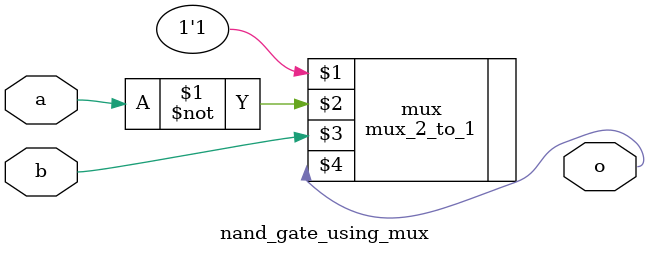
<source format=v>
module nand_gate_using_mux
(
    input  a,
    input  b,
    output o
);

    mux_2_to_1 mux (1'b1, ~ a, b, o);

endmodule


</source>
